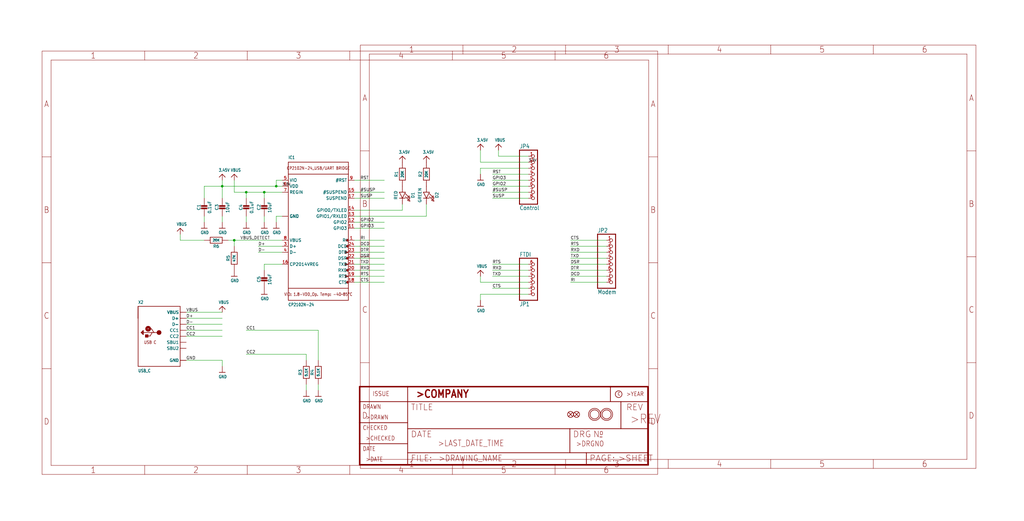
<source format=kicad_sch>
(kicad_sch (version 20211123) (generator eeschema)
  (paper "User" 433.07 220.421)
  (lib_symbols
    (symbol "schematicEagle-eagle-import:3.3V" (power)
      (property "Value" "3.3V" (at -1.524 1.016 0))
      (symbol "3.3V_1_0"
        (polyline (pts (xy -1.27 -1.27) (xy 0 0)) (stroke (width 0.254)))
        (polyline (pts (xy 0 0) (xy 1.27 -1.27)) (stroke (width 0.254)))
        (pin power_in line (at 0 -2.54 90) (length 2.54) (name "3.3V") (number "1"))
      )
    )
    (symbol "schematicEagle-eagle-import:CAP_CERAMIC0603_NO"
      (property "Reference" "C" (at -2.29 1.25 90))
      (property "Value" "CAP_CERAMIC0603_NO" (at 2.3 1.25 90))
      (symbol "CAP_CERAMIC0603_NO_1_0"
        (rectangle (start -1.27 0.508) (end 1.27 1.016) (fill (type outline)))
        (rectangle (start -1.27 1.524) (end 1.27 2.032) (fill (type outline)))
        (polyline (pts (xy 0 0.762) (xy 0 0)) (stroke (width 0.1524)))
        (polyline (pts (xy 0 2.54) (xy 0 1.778)) (stroke (width 0.1524)))
        (pin passive line (at 0 5.08 270) (length 2.54) (name "1") (number "1"))
        (pin passive line (at 0 -2.54 90) (length 2.54) (name "2") (number "2"))
      )
    )
    (symbol "schematicEagle-eagle-import:CAP_CERAMIC0805-NOOUTLINE"
      (property "Reference" "C" (at -2.29 1.25 90))
      (property "Value" "CAP_CERAMIC0805-NOOUTLINE" (at 2.3 1.25 90))
      (symbol "CAP_CERAMIC0805-NOOUTLINE_1_0"
        (rectangle (start -1.27 0.508) (end 1.27 1.016) (fill (type outline)))
        (rectangle (start -1.27 1.524) (end 1.27 2.032) (fill (type outline)))
        (polyline (pts (xy 0 0.762) (xy 0 0)) (stroke (width 0.1524)))
        (polyline (pts (xy 0 2.54) (xy 0 1.778)) (stroke (width 0.1524)))
        (pin passive line (at 0 5.08 270) (length 2.54) (name "1") (number "1"))
        (pin passive line (at 0 -2.54 90) (length 2.54) (name "2") (number "2"))
      )
    )
    (symbol "schematicEagle-eagle-import:CP2102N-24"
      (property "Reference" "IC" (at -12.7 29.21 0))
      (property "Value" "CP2102N-24" (at -12.7 -33.02 0))
      (symbol "CP2102N-24_1_0"
        (polyline (pts (xy -12.7 -30.48) (xy 12.7 -30.48)) (stroke (width 0.254)))
        (polyline (pts (xy -12.7 -25.4) (xy -12.7 -30.48)) (stroke (width 0.254)))
        (polyline (pts (xy -12.7 -25.4) (xy -12.7 22.86)) (stroke (width 0.254)))
        (polyline (pts (xy -12.7 22.86) (xy -12.7 27.94)) (stroke (width 0.254)))
        (polyline (pts (xy -12.7 22.86) (xy 12.7 22.86)) (stroke (width 0.254)))
        (polyline (pts (xy -12.7 27.94) (xy 12.7 27.94)) (stroke (width 0.254)))
        (polyline (pts (xy 12.7 -30.48) (xy 12.7 -25.4)) (stroke (width 0.254)))
        (polyline (pts (xy 12.7 -25.4) (xy -12.7 -25.4)) (stroke (width 0.254)))
        (polyline (pts (xy 12.7 22.86) (xy 12.7 -25.4)) (stroke (width 0.254)))
        (polyline (pts (xy 12.7 27.94) (xy 12.7 22.86)) (stroke (width 0.254)))
        (polyline (pts (xy 11.43 -19.685) (xy 11.43 -20.955) (xy 12.7 -20.32)) (fill (type outline)))
        (polyline (pts (xy 11.43 -14.605) (xy 11.43 -15.875) (xy 12.7 -15.24)) (fill (type outline)))
        (polyline (pts (xy 11.43 -9.525) (xy 11.43 -10.795) (xy 12.7 -10.16)) (fill (type outline)))
        (polyline (pts (xy 12.7 -22.225) (xy 11.43 -22.86) (xy 12.7 -23.495)) (fill (type outline)))
        (polyline (pts (xy 12.7 -17.145) (xy 11.43 -17.78) (xy 12.7 -18.415)) (fill (type outline)))
        (polyline (pts (xy 12.7 -12.065) (xy 11.43 -12.7) (xy 12.7 -13.335)) (fill (type outline)))
        (polyline (pts (xy 12.7 -6.985) (xy 11.43 -7.62) (xy 12.7 -8.255)) (fill (type outline)))
        (polyline (pts (xy 12.7 -4.445) (xy 11.43 -5.08) (xy 12.7 -5.715)) (fill (type outline)))
        (text "CP2102N-24_USB/UART BRIDGE" (at 0 25.4 0) (effects (font (size 1.27 1.0795))))
        (text "VIO: 1.8-VDD_Op. Temp: -40~85°C" (at 0 -27.94 0) (effects (font (size 1.27 1.0795))))
        (pin input line (at 15.24 -5.08 180) (length 2.54) (name "RI") (number "1"))
        (pin bidirectional line (at 15.24 0 180) (length 2.54) (name "GPIO3") (number "11"))
        (pin bidirectional line (at 15.24 2.54 180) (length 2.54) (name "GPIO2") (number "12"))
        (pin bidirectional line (at 15.24 5.08 180) (length 2.54) (name "GPIO1/RXLED") (number "13"))
        (pin bidirectional line (at 15.24 7.62 180) (length 2.54) (name "GPIO0/TXLED") (number "14"))
        (pin output line (at 15.24 15.24 180) (length 2.54) (name "#SUSPEND") (number "15"))
        (pin passive line (at -15.24 -15.24 0) (length 2.54) (name "CP2014VREG") (number "16"))
        (pin output line (at 15.24 12.7 180) (length 2.54) (name "SUSPEND") (number "17"))
        (pin input line (at 15.24 -22.86 180) (length 2.54) (name "CTS") (number "18"))
        (pin output line (at 15.24 -20.32 180) (length 2.54) (name "RTS") (number "19"))
        (pin power_in line (at -15.24 5.08 0) (length 2.54) (name "GND") (number "2"))
        (pin input line (at 15.24 -17.78 180) (length 2.54) (name "RXD") (number "20"))
        (pin output line (at 15.24 -15.24 180) (length 2.54) (name "TXD") (number "21"))
        (pin input line (at 15.24 -12.7 180) (length 2.54) (name "DSR") (number "22"))
        (pin output line (at 15.24 -10.16 180) (length 2.54) (name "DTR") (number "23"))
        (pin input line (at 15.24 -7.62 180) (length 2.54) (name "DCD") (number "24"))
        (pin bidirectional line (at -15.24 -7.62 0) (length 2.54) (name "D+") (number "3"))
        (pin bidirectional line (at -15.24 -10.16 0) (length 2.54) (name "D-") (number "4"))
        (pin power_in line (at -15.24 20.32 0) (length 2.54) (name "VIO") (number "5"))
        (pin power_in line (at -15.24 17.78 0) (length 2.54) (name "VDD") (number "6"))
        (pin power_in line (at -15.24 15.24 0) (length 2.54) (name "REGIN") (number "7"))
        (pin power_in line (at -15.24 -5.08 0) (length 2.54) (name "VBUS") (number "8"))
        (pin bidirectional line (at 15.24 20.32 180) (length 2.54) (name "#RST") (number "9"))
        (pin power_in line (at -15.24 5.08 0) (length 2.54) (name "GND") (number "THERM"))
      )
    )
    (symbol "schematicEagle-eagle-import:FIDUCIAL_1MM"
      (symbol "FIDUCIAL_1MM_1_0"
        (polyline (pts (xy -0.762 0.762) (xy 0.762 -0.762)) (stroke (width 0.254)))
        (polyline (pts (xy 0.762 0.762) (xy -0.762 -0.762)) (stroke (width 0.254)))
        (circle (center 0 0) (radius 1.27) (stroke (width 0.254)))
      )
    )
    (symbol "schematicEagle-eagle-import:FRAME_A4"
      (symbol "FRAME_A4_0_0"
        (polyline (pts (xy 0 44.7675) (xy 3.81 44.7675)))
        (polyline (pts (xy 0 89.535) (xy 3.81 89.535)))
        (polyline (pts (xy 0 134.3025) (xy 3.81 134.3025)))
        (polyline (pts (xy 3.81 3.81) (xy 3.81 175.26)))
        (polyline (pts (xy 43.3917 0) (xy 43.3917 3.81)))
        (polyline (pts (xy 43.3917 175.26) (xy 43.3917 179.07)))
        (polyline (pts (xy 86.7833 0) (xy 86.7833 3.81)))
        (polyline (pts (xy 86.7833 175.26) (xy 86.7833 179.07)))
        (polyline (pts (xy 130.175 0) (xy 130.175 3.81)))
        (polyline (pts (xy 130.175 175.26) (xy 130.175 179.07)))
        (polyline (pts (xy 173.5667 0) (xy 173.5667 3.81)))
        (polyline (pts (xy 173.5667 175.26) (xy 173.5667 179.07)))
        (polyline (pts (xy 216.9583 0) (xy 216.9583 3.81)))
        (polyline (pts (xy 216.9583 175.26) (xy 216.9583 179.07)))
        (polyline (pts (xy 256.54 3.81) (xy 3.81 3.81)))
        (polyline (pts (xy 256.54 3.81) (xy 256.54 175.26)))
        (polyline (pts (xy 256.54 44.7675) (xy 260.35 44.7675)))
        (polyline (pts (xy 256.54 89.535) (xy 260.35 89.535)))
        (polyline (pts (xy 256.54 134.3025) (xy 260.35 134.3025)))
        (polyline (pts (xy 256.54 175.26) (xy 3.81 175.26)))
        (polyline (pts (xy 0 0) (xy 260.35 0) (xy 260.35 179.07) (xy 0 179.07) (xy 0 0)))
        (text "1" (at 21.6958 1.905 0) (effects (font (size 2.54 2.286))))
        (text "1" (at 21.6958 177.165 0) (effects (font (size 2.54 2.286))))
        (text "2" (at 65.0875 1.905 0) (effects (font (size 2.54 2.286))))
        (text "2" (at 65.0875 177.165 0) (effects (font (size 2.54 2.286))))
        (text "3" (at 108.4792 1.905 0) (effects (font (size 2.54 2.286))))
        (text "3" (at 108.4792 177.165 0) (effects (font (size 2.54 2.286))))
        (text "4" (at 151.8708 1.905 0) (effects (font (size 2.54 2.286))))
        (text "4" (at 151.8708 177.165 0) (effects (font (size 2.54 2.286))))
        (text "5" (at 195.2625 1.905 0) (effects (font (size 2.54 2.286))))
        (text "5" (at 195.2625 177.165 0) (effects (font (size 2.54 2.286))))
        (text "6" (at 238.6542 1.905 0) (effects (font (size 2.54 2.286))))
        (text "6" (at 238.6542 177.165 0) (effects (font (size 2.54 2.286))))
        (text "A" (at 1.905 156.6863 0) (effects (font (size 2.54 2.286))))
        (text "A" (at 258.445 156.6863 0) (effects (font (size 2.54 2.286))))
        (text "B" (at 1.905 111.9188 0) (effects (font (size 2.54 2.286))))
        (text "B" (at 258.445 111.9188 0) (effects (font (size 2.54 2.286))))
        (text "C" (at 1.905 67.1513 0) (effects (font (size 2.54 2.286))))
        (text "C" (at 258.445 67.1513 0) (effects (font (size 2.54 2.286))))
        (text "D" (at 1.905 22.3838 0) (effects (font (size 2.54 2.286))))
        (text "D" (at 258.445 22.3838 0) (effects (font (size 2.54 2.286))))
      )
      (symbol "FRAME_A4_1_0"
        (polyline (pts (xy 256.54 3.81) (xy 256.54 8.89)) (stroke (width 0.1016)))
        (polyline (pts (xy 256.54 8.89) (xy 256.54 13.97)) (stroke (width 0.1016)))
        (polyline (pts (xy 256.54 13.97) (xy 256.54 19.05)) (stroke (width 0.1016)))
        (polyline (pts (xy 256.54 19.05) (xy 256.54 36.83)) (stroke (width 0.1016)))
      )
      (symbol "FRAME_A4_2_0"
        (polyline (pts (xy -0.3048 1.5748) (xy 20.0152 1.5748)) (stroke (width 0.6096)))
        (polyline (pts (xy -0.3048 10.4648) (xy -0.3048 1.5748)) (stroke (width 0.6096)))
        (polyline (pts (xy -0.3048 10.4648) (xy 20.0152 10.4648)) (stroke (width 0.3048)))
        (polyline (pts (xy -0.3048 19.3548) (xy -0.3048 10.4648)) (stroke (width 0.6096)))
        (polyline (pts (xy -0.3048 19.3548) (xy 20.0152 19.3548)) (stroke (width 0.3048)))
        (polyline (pts (xy -0.3048 28.2448) (xy -0.3048 19.3548)) (stroke (width 0.6096)))
        (polyline (pts (xy -0.3048 28.2448) (xy 20.0152 28.2448)) (stroke (width 0.3048)))
        (polyline (pts (xy -0.3048 34.5948) (xy -0.3048 28.2448)) (stroke (width 0.6096)))
        (polyline (pts (xy 20.0152 1.5748) (xy 20.0152 6.6548)) (stroke (width 0.3048)))
        (polyline (pts (xy 20.0152 1.5748) (xy 95.5802 1.5748)) (stroke (width 0.6096)))
        (polyline (pts (xy 20.0152 6.6548) (xy 20.0152 10.4648)) (stroke (width 0.3048)))
        (polyline (pts (xy 20.0152 6.6548) (xy 88.5952 6.6548)) (stroke (width 0.3048)))
        (polyline (pts (xy 20.0152 10.4648) (xy 20.0152 16.8148)) (stroke (width 0.3048)))
        (polyline (pts (xy 20.0152 16.8148) (xy 20.0152 19.3548)) (stroke (width 0.3048)))
        (polyline (pts (xy 20.0152 19.3548) (xy 20.0152 28.2448)) (stroke (width 0.3048)))
        (polyline (pts (xy 20.0152 28.2448) (xy 20.0152 34.5948)) (stroke (width 0.3048)))
        (polyline (pts (xy 20.0152 28.2448) (xy 105.7402 28.2448)) (stroke (width 0.3048)))
        (polyline (pts (xy 20.0152 34.5948) (xy -0.3048 34.5948)) (stroke (width 0.6096)))
        (polyline (pts (xy 88.5952 6.6548) (xy 95.5802 6.6548)) (stroke (width 0.3048)))
        (polyline (pts (xy 88.5952 16.8148) (xy 20.0152 16.8148)) (stroke (width 0.3048)))
        (polyline (pts (xy 88.5952 16.8148) (xy 88.5952 6.6548)) (stroke (width 0.3048)))
        (polyline (pts (xy 95.5802 1.5748) (xy 121.6152 1.5748)) (stroke (width 0.6096)))
        (polyline (pts (xy 95.5802 6.6548) (xy 95.5802 1.5748)) (stroke (width 0.3048)))
        (polyline (pts (xy 95.5802 6.6548) (xy 121.6152 6.6548)) (stroke (width 0.3048)))
        (polyline (pts (xy 101.2952 13.3223) (xy 102.2477 13.3223)) (stroke (width 0.254)))
        (polyline (pts (xy 105.7402 28.2448) (xy 105.7402 34.5948)) (stroke (width 0.3048)))
        (polyline (pts (xy 105.7402 28.2448) (xy 110.1852 28.2448)) (stroke (width 0.3048)))
        (polyline (pts (xy 105.7402 34.5948) (xy 20.0152 34.5948)) (stroke (width 0.6096)))
        (polyline (pts (xy 110.1852 16.8148) (xy 88.5952 16.8148)) (stroke (width 0.3048)))
        (polyline (pts (xy 110.1852 28.2448) (xy 110.1852 16.8148)) (stroke (width 0.3048)))
        (polyline (pts (xy 110.1852 28.2448) (xy 121.6152 28.2448)) (stroke (width 0.3048)))
        (polyline (pts (xy 121.6152 6.6548) (xy 121.6152 1.5748)) (stroke (width 0.6096)))
        (polyline (pts (xy 121.6152 16.8148) (xy 110.1852 16.8148)) (stroke (width 0.3048)))
        (polyline (pts (xy 121.6152 16.8148) (xy 121.6152 6.6548)) (stroke (width 0.6096)))
        (polyline (pts (xy 121.6152 28.2448) (xy 121.6152 16.8148)) (stroke (width 0.6096)))
        (polyline (pts (xy 121.6152 34.5948) (xy 105.7402 34.5948)) (stroke (width 0.6096)))
        (polyline (pts (xy 121.6152 34.5948) (xy 121.6152 28.2448)) (stroke (width 0.6096)))
        (circle (center 109.2327 31.4198) (radius 1.4199) (stroke (width 0.254)))
        (text ">CHECKED" (at 2.2352 11.7348 0) (effects (font (size 1.778 1.5113)) (justify left bottom)))
        (text ">COMPANY" (at 23.349 29.6735 0) (effects (font (size 3.175 2.6987) (thickness 0.5397) bold) (justify left bottom)))
        (text ">DATE" (at 2.2352 2.8448 0) (effects (font (size 1.778 1.5113)) (justify left bottom)))
        (text ">DRAWING_NAME" (at 33.0327 2.8448 0) (effects (font (size 2.54 2.159)) (justify left bottom)))
        (text ">DRAWN" (at 2.2352 20.6248 0) (effects (font (size 1.778 1.5113)) (justify left bottom)))
        (text ">DRGNO" (at 91.1352 9.1948 0) (effects (font (size 2.1844 1.8567)) (justify left bottom)))
        (text ">LAST_DATE_TIME" (at 32.7152 9.1948 0) (effects (font (size 2.54 2.159)) (justify left bottom)))
        (text ">REV" (at 113.9952 18.7198 0) (effects (font (size 3.81 3.2385)) (justify left bottom)))
        (text ">SHEET" (at 108.9152 2.8448 0) (effects (font (size 2.54 2.54)) (justify left bottom)))
        (text ">YEAR" (at 112.4077 30.4673 0) (effects (font (size 1.778 1.5113)) (justify left bottom)))
        (text "C" (at 108.7564 30.7848 0) (effects (font (size 1.27 1.0795)) (justify left bottom)))
        (text "CHECKED" (at 0.9652 16.1798 0) (effects (font (size 1.778 1.5113)) (justify left bottom)))
        (text "DATE" (at 0.9652 7.2898 0) (effects (font (size 1.778 1.5113)) (justify left bottom)))
        (text "DATE" (at 21.2852 13.0048 0) (effects (font (size 2.54 2.54)) (justify left bottom)))
        (text "DRAWN" (at 0.9652 25.0698 0) (effects (font (size 1.778 1.5113)) (justify left bottom)))
        (text "DRG" (at 89.8652 13.0048 0) (effects (font (size 2.54 2.54)) (justify left bottom)))
        (text "FILE:" (at 21.2852 2.8448 0) (effects (font (size 2.54 2.54)) (justify left bottom)))
        (text "ISSUE" (at 5.0927 30.4673 0) (effects (font (size 1.9304 1.6408)) (justify left bottom)))
        (text "N" (at 98.4377 13.0048 0) (effects (font (size 2.54 2.54)) (justify left bottom)))
        (text "o" (at 100.9777 13.9573 0) (effects (font (size 2.1844 1.8567)) (justify left bottom)))
        (text "PAGE:" (at 96.8502 2.8448 0) (effects (font (size 2.54 2.54)) (justify left bottom)))
        (text "REV" (at 112.4077 24.4348 0) (effects (font (size 2.54 2.54)) (justify left bottom)))
        (text "TITLE" (at 21.2852 24.4348 0) (effects (font (size 2.54 2.54)) (justify left bottom)))
      )
    )
    (symbol "schematicEagle-eagle-import:GND" (power)
      (property "Value" "GND" (at -1.524 -2.54 0))
      (symbol "GND_1_0"
        (polyline (pts (xy -1.27 0) (xy 1.27 0)) (stroke (width 0.254)))
        (pin power_in line (at 0 2.54 270) (length 2.54) (name "GND") (number "1"))
      )
    )
    (symbol "schematicEagle-eagle-import:HEADER-1X676MIL"
      (property "Reference" "JP" (at -6.35 10.795 0))
      (property "Value" "HEADER-1X676MIL" (at -6.35 -10.16 0))
      (symbol "HEADER-1X676MIL_1_0"
        (polyline (pts (xy -6.35 -7.62) (xy 1.27 -7.62)) (stroke (width 0.4064)))
        (polyline (pts (xy -6.35 10.16) (xy -6.35 -7.62)) (stroke (width 0.4064)))
        (polyline (pts (xy 1.27 -7.62) (xy 1.27 10.16)) (stroke (width 0.4064)))
        (polyline (pts (xy 1.27 10.16) (xy -6.35 10.16)) (stroke (width 0.4064)))
        (pin passive inverted (at -2.54 7.62 0) (length 2.54) (name "1") (number "1"))
        (pin passive inverted (at -2.54 5.08 0) (length 2.54) (name "2") (number "2"))
        (pin passive inverted (at -2.54 2.54 0) (length 2.54) (name "3") (number "3"))
        (pin passive inverted (at -2.54 0 0) (length 2.54) (name "4") (number "4"))
        (pin passive inverted (at -2.54 -2.54 0) (length 2.54) (name "5") (number "5"))
        (pin passive inverted (at -2.54 -5.08 0) (length 2.54) (name "6") (number "6"))
      )
    )
    (symbol "schematicEagle-eagle-import:HEADER-1X870MIL"
      (property "Reference" "JP" (at -6.35 13.335 0))
      (property "Value" "HEADER-1X870MIL" (at -6.35 -12.7 0))
      (symbol "HEADER-1X870MIL_1_0"
        (polyline (pts (xy -6.35 -10.16) (xy 1.27 -10.16)) (stroke (width 0.4064)))
        (polyline (pts (xy -6.35 12.7) (xy -6.35 -10.16)) (stroke (width 0.4064)))
        (polyline (pts (xy 1.27 -10.16) (xy 1.27 12.7)) (stroke (width 0.4064)))
        (polyline (pts (xy 1.27 12.7) (xy -6.35 12.7)) (stroke (width 0.4064)))
        (pin passive inverted (at -2.54 10.16 0) (length 2.54) (name "1") (number "1"))
        (pin passive inverted (at -2.54 7.62 0) (length 2.54) (name "2") (number "2"))
        (pin passive inverted (at -2.54 5.08 0) (length 2.54) (name "3") (number "3"))
        (pin passive inverted (at -2.54 2.54 0) (length 2.54) (name "4") (number "4"))
        (pin passive inverted (at -2.54 0 0) (length 2.54) (name "5") (number "5"))
        (pin passive inverted (at -2.54 -2.54 0) (length 2.54) (name "6") (number "6"))
        (pin passive inverted (at -2.54 -5.08 0) (length 2.54) (name "7") (number "7"))
        (pin passive inverted (at -2.54 -7.62 0) (length 2.54) (name "8") (number "8"))
      )
    )
    (symbol "schematicEagle-eagle-import:LED0603_NOOUTLINE"
      (property "Reference" "D" (at -1.27 4.445 0))
      (property "Value" "LED0603_NOOUTLINE" (at -1.27 -2.794 0))
      (symbol "LED0603_NOOUTLINE_1_0"
        (polyline (pts (xy -2.54 -1.27) (xy 0 0)) (stroke (width 0.254)))
        (polyline (pts (xy -2.54 1.27) (xy -2.54 -1.27)) (stroke (width 0.254)))
        (polyline (pts (xy -1.905 1.27) (xy -0.635 2.54)) (stroke (width 0.254)))
        (polyline (pts (xy -0.9525 2.8575) (xy -0.3175 2.2225)) (stroke (width 0.254)))
        (polyline (pts (xy -0.635 1.27) (xy 0.635 2.54)) (stroke (width 0.254)))
        (polyline (pts (xy -0.3175 2.2225) (xy 0 3.175)) (stroke (width 0.254)))
        (polyline (pts (xy 0 0) (xy -2.54 1.27)) (stroke (width 0.254)))
        (polyline (pts (xy 0 0) (xy 0 -1.27)) (stroke (width 0.254)))
        (polyline (pts (xy 0 1.27) (xy 0 0)) (stroke (width 0.254)))
        (polyline (pts (xy 0 3.175) (xy -0.9525 2.8575)) (stroke (width 0.254)))
        (polyline (pts (xy 0.3175 2.8575) (xy 0.9525 2.2225)) (stroke (width 0.254)))
        (polyline (pts (xy 0.9525 2.2225) (xy 1.27 3.175)) (stroke (width 0.254)))
        (polyline (pts (xy 1.27 3.175) (xy 0.3175 2.8575)) (stroke (width 0.254)))
        (pin passive line (at -5.08 0 0) (length 2.54) (name "A") (number "A"))
        (pin passive line (at 2.54 0 180) (length 2.54) (name "C") (number "C"))
      )
    )
    (symbol "schematicEagle-eagle-import:MOUNTINGHOLE2.0"
      (symbol "MOUNTINGHOLE2.0_1_0"
        (circle (center 0 0) (radius 1.905) (stroke (width 0.254)))
        (circle (center 0 0) (radius 2.54) (stroke (width 0.254)))
      )
    )
    (symbol "schematicEagle-eagle-import:RESISTOR_0603_NOOUT"
      (property "Reference" "R" (at 0 2.54 0))
      (property "Value" "RESISTOR_0603_NOOUT" (at 0 0 0))
      (symbol "RESISTOR_0603_NOOUT_1_0"
        (polyline (pts (xy -2.54 -1.27) (xy -2.54 1.27)) (stroke (width 0.254)))
        (polyline (pts (xy -2.54 1.27) (xy 2.54 1.27)) (stroke (width 0.254)))
        (polyline (pts (xy 2.54 -1.27) (xy -2.54 -1.27)) (stroke (width 0.254)))
        (polyline (pts (xy 2.54 1.27) (xy 2.54 -1.27)) (stroke (width 0.254)))
        (pin passive line (at -5.08 0 0) (length 2.54) (name "1") (number "1"))
        (pin passive line (at 5.08 0 180) (length 2.54) (name "2") (number "2"))
      )
    )
    (symbol "schematicEagle-eagle-import:USB_C"
      (property "Reference" "X" (at -10.16 13.716 0))
      (property "Value" "USB_C" (at -10.16 -15.24 0))
      (symbol "USB_C_1_0"
        (rectangle (start -7.12 -0.45) (end -5.92 0.75) (fill (type outline)))
        (circle (center -5.92 3.2) (radius 0.2) (stroke (width 1)))
        (circle (center -1.32 1.6) (radius 0.5) (stroke (width 1)))
        (polyline (pts (xy -10.2 7.62) (xy -10.16 12.7)) (stroke (width 0.254)))
        (polyline (pts (xy -10.16 -12.7) (xy 7.62 -12.7)) (stroke (width 0.254)))
        (polyline (pts (xy -10.16 12.7) (xy -10.16 -12.7)) (stroke (width 0.254)))
        (polyline (pts (xy -10.16 12.7) (xy 7.62 12.7)) (stroke (width 0.254)))
        (polyline (pts (xy -8.92 1.6) (xy -8.12 2.4)) (stroke (width 0.254)))
        (polyline (pts (xy -8.52 1.4) (xy -8.32 1.2)) (stroke (width 0.254)))
        (polyline (pts (xy -8.52 1.6) (xy -8.52 1.4)) (stroke (width 0.254)))
        (polyline (pts (xy -8.32 1.2) (xy -8.32 2)) (stroke (width 0.254)))
        (polyline (pts (xy -8.32 2) (xy -8.72 1.6)) (stroke (width 0.254)))
        (polyline (pts (xy -8.12 0.8) (xy -8.92 1.6)) (stroke (width 0.254)))
        (polyline (pts (xy -8.12 1) (xy -8.12 2.4)) (stroke (width 0.254)))
        (polyline (pts (xy -8.12 2.4) (xy -7.92 2.4)) (stroke (width 0.254)))
        (polyline (pts (xy -7.92 0.8) (xy -8.12 0.8)) (stroke (width 0.254)))
        (polyline (pts (xy -7.92 1.6) (xy -7.92 0.8)) (stroke (width 0.254)))
        (polyline (pts (xy -7.92 2.4) (xy -7.92 1.6)) (stroke (width 0.254)))
        (polyline (pts (xy -6.27 0.15) (xy -5.07 0.15)) (stroke (width 0.254)))
        (polyline (pts (xy -5.52 3.2) (xy -4.52 3.2)) (stroke (width 0.254)))
        (polyline (pts (xy -5.07 0.15) (xy -4.22 1.6)) (stroke (width 0.254)))
        (polyline (pts (xy -4.52 3.2) (xy -3.47 1.6)) (stroke (width 0.254)))
        (polyline (pts (xy -4.22 1.6) (xy -7.92 1.6)) (stroke (width 0.254)))
        (polyline (pts (xy -3.47 1.6) (xy -4.22 1.6)) (stroke (width 0.254)))
        (polyline (pts (xy -1.32 1.6) (xy -3.47 1.6)) (stroke (width 0.254)))
        (polyline (pts (xy 7.62 12.7) (xy 7.62 -12.7)) (stroke (width 0.254)))
        (text "USB C" (at -5.08 -2.54 0) (effects (font (size 1.27 1.0795))))
        (pin power_in line (at 10.16 -10.16 180) (length 2.54) (name "GND") (number "A1B12"))
        (pin power_in line (at 10.16 10.16 180) (length 2.54) (name "VBUS") (number "A4B9"))
        (pin bidirectional line (at 10.16 2.54 180) (length 2.54) (name "CC1") (number "A5"))
        (pin bidirectional line (at 10.16 7.62 180) (length 2.54) (name "D+") (number "A6"))
        (pin bidirectional line (at 10.16 5.08 180) (length 2.54) (name "D-") (number "A7"))
        (pin bidirectional line (at 10.16 -2.54 180) (length 2.54) (name "SBU1") (number "A8"))
        (pin power_in line (at 10.16 -10.16 180) (length 2.54) (name "GND") (number "B1A12"))
        (pin power_in line (at 10.16 10.16 180) (length 2.54) (name "VBUS") (number "B4A9"))
        (pin bidirectional line (at 10.16 0 180) (length 2.54) (name "CC2") (number "B5"))
        (pin bidirectional line (at 10.16 7.62 180) (length 2.54) (name "D+") (number "B6"))
        (pin bidirectional line (at 10.16 5.08 180) (length 2.54) (name "D-") (number "B7"))
        (pin bidirectional line (at 10.16 -5.08 180) (length 2.54) (name "SBU2") (number "B8"))
      )
    )
    (symbol "schematicEagle-eagle-import:VBUS" (power)
      (property "Value" "VBUS" (at -1.524 1.016 0))
      (symbol "VBUS_1_0"
        (polyline (pts (xy -1.27 -1.27) (xy 0 0)) (stroke (width 0.254)))
        (polyline (pts (xy 0 0) (xy 1.27 -1.27)) (stroke (width 0.254)))
        (pin power_in line (at 0 -2.54 90) (length 2.54) (name "VBUS") (number "1"))
      )
    )
  )
  (junction (at 99.06 101.6))
  (junction (at 116.84 78.74))
  (junction (at 111.76 81.28))
  (junction (at 93.98 78.74))
  (junction (at 104.14 81.28))
  (wire (pts (xy 109.22 104.14) (xy 119.38 104.14)))
  (wire (pts (xy 149.86 104.14) (xy 162.56 104.14)))
  (wire (pts (xy 116.84 78.74) (xy 93.98 78.74)))
  (wire (pts (xy 134.62 165.1) (xy 134.62 162.56)))
  (wire (pts (xy 149.86 83.82) (xy 162.56 83.82)))
  (wire (pts (xy 116.84 91.44) (xy 116.84 93.98)))
  (wire (pts (xy 149.86 76.2) (xy 162.56 76.2)))
  (wire (pts (xy 180.34 91.44) (xy 180.34 86.36)))
  (wire (pts (xy 119.38 91.44) (xy 116.84 91.44)))
  (wire (pts (xy 93.98 78.74) (xy 86.36 78.74)))
  (wire (pts (xy 241.3 111.76) (xy 256.54 111.76)))
  (wire (pts (xy 208.28 76.2) (xy 223.52 76.2)))
  (wire (pts (xy 241.3 101.6) (xy 256.54 101.6)))
  (wire (pts (xy 78.74 134.62) (xy 93.98 134.62)))
  (wire (pts (xy 149.86 111.76) (xy 162.56 111.76)))
  (wire (pts (xy 241.3 119.38) (xy 256.54 119.38)))
  (wire (pts (xy 223.52 119.38) (xy 203.2 119.38)))
  (wire (pts (xy 149.86 109.22) (xy 162.56 109.22)))
  (wire (pts (xy 223.52 68.58) (xy 203.2 68.58)))
  (wire (pts (xy 104.14 81.28) (xy 104.14 83.82)))
  (wire (pts (xy 256.54 109.22) (xy 241.3 109.22)))
  (wire (pts (xy 241.3 106.68) (xy 256.54 106.68)))
  (wire (pts (xy 149.86 101.6) (xy 162.56 101.6)))
  (wire (pts (xy 223.52 81.28) (xy 208.28 81.28)))
  (wire (pts (xy 170.18 88.9) (xy 170.18 86.36)))
  (wire (pts (xy 86.36 78.74) (xy 86.36 83.82)))
  (wire (pts (xy 99.06 101.6) (xy 99.06 104.14)))
  (wire (pts (xy 93.98 78.74) (xy 93.98 76.2)))
  (wire (pts (xy 78.74 139.7) (xy 93.98 139.7)))
  (wire (pts (xy 210.82 66.04) (xy 223.52 66.04)))
  (wire (pts (xy 99.06 101.6) (xy 96.52 101.6)))
  (wire (pts (xy 203.2 71.12) (xy 203.2 73.66)))
  (wire (pts (xy 93.98 91.44) (xy 93.98 93.98)))
  (wire (pts (xy 223.52 124.46) (xy 203.2 124.46)))
  (wire (pts (xy 149.86 93.98) (xy 162.56 93.98)))
  (wire (pts (xy 149.86 81.28) (xy 162.56 81.28)))
  (wire (pts (xy 134.62 139.7) (xy 134.62 152.4)))
  (wire (pts (xy 93.98 152.4) (xy 78.74 152.4)))
  (wire (pts (xy 149.86 88.9) (xy 170.18 88.9)))
  (wire (pts (xy 119.38 78.74) (xy 116.84 78.74)))
  (wire (pts (xy 86.36 101.6) (xy 76.2 101.6)))
  (wire (pts (xy 119.38 81.28) (xy 111.76 81.28)))
  (wire (pts (xy 223.52 111.76) (xy 208.28 111.76)))
  (wire (pts (xy 104.14 149.86) (xy 129.54 149.86)))
  (wire (pts (xy 203.2 119.38) (xy 203.2 116.84)))
  (wire (pts (xy 208.28 83.82) (xy 223.52 83.82)))
  (wire (pts (xy 162.56 119.38) (xy 149.86 119.38)))
  (wire (pts (xy 99.06 81.28) (xy 99.06 76.2)))
  (wire (pts (xy 208.28 73.66) (xy 223.52 73.66)))
  (wire (pts (xy 109.22 106.68) (xy 119.38 106.68)))
  (wire (pts (xy 210.82 63.5) (xy 210.82 66.04)))
  (wire (pts (xy 93.98 132.08) (xy 78.74 132.08)))
  (wire (pts (xy 208.28 78.74) (xy 223.52 78.74)))
  (wire (pts (xy 149.86 106.68) (xy 162.56 106.68)))
  (wire (pts (xy 111.76 91.44) (xy 111.76 93.98)))
  (wire (pts (xy 111.76 111.76) (xy 111.76 114.3)))
  (wire (pts (xy 78.74 142.24) (xy 93.98 142.24)))
  (wire (pts (xy 93.98 78.74) (xy 93.98 83.82)))
  (wire (pts (xy 208.28 116.84) (xy 223.52 116.84)))
  (wire (pts (xy 119.38 76.2) (xy 116.84 76.2)))
  (wire (pts (xy 111.76 81.28) (xy 104.14 81.28)))
  (wire (pts (xy 223.52 121.92) (xy 208.28 121.92)))
  (wire (pts (xy 111.76 81.28) (xy 111.76 83.82)))
  (wire (pts (xy 76.2 101.6) (xy 76.2 99.06)))
  (wire (pts (xy 256.54 104.14) (xy 241.3 104.14)))
  (wire (pts (xy 119.38 111.76) (xy 111.76 111.76)))
  (wire (pts (xy 203.2 124.46) (xy 203.2 127)))
  (wire (pts (xy 78.74 137.16) (xy 93.98 137.16)))
  (wire (pts (xy 223.52 114.3) (xy 208.28 114.3)))
  (wire (pts (xy 129.54 149.86) (xy 129.54 152.4)))
  (wire (pts (xy 241.3 114.3) (xy 256.54 114.3)))
  (wire (pts (xy 203.2 68.58) (xy 203.2 63.5)))
  (wire (pts (xy 162.56 114.3) (xy 149.86 114.3)))
  (wire (pts (xy 104.14 81.28) (xy 99.06 81.28)))
  (wire (pts (xy 223.52 71.12) (xy 203.2 71.12)))
  (wire (pts (xy 104.14 139.7) (xy 134.62 139.7)))
  (wire (pts (xy 116.84 76.2) (xy 116.84 78.74)))
  (wire (pts (xy 241.3 116.84) (xy 256.54 116.84)))
  (wire (pts (xy 149.86 91.44) (xy 180.34 91.44)))
  (wire (pts (xy 162.56 116.84) (xy 149.86 116.84)))
  (wire (pts (xy 86.36 91.44) (xy 86.36 93.98)))
  (wire (pts (xy 119.38 101.6) (xy 99.06 101.6)))
  (wire (pts (xy 149.86 96.52) (xy 162.56 96.52)))
  (wire (pts (xy 129.54 162.56) (xy 129.54 165.1)))
  (wire (pts (xy 104.14 91.44) (xy 104.14 93.98)))
  (wire (pts (xy 93.98 152.4) (xy 93.98 154.94)))
  (label "GND" (at 78.74 152.4 0) (effects (font (size 1.2446 1.2446))))
  (label "CC1" (at 104.14 139.7 0) (effects (font (size 1.2446 1.2446))))
  (label "3.3V" (at 119.38 78.74 0) (effects (font (size 1.016 1.016))))
  (label "RI" (at 241.3 119.38 0) (effects (font (size 1.2446 1.2446))))
  (label "GPIO2" (at 152.4 93.98 0) (effects (font (size 1.2446 1.2446))))
  (label "VBUS" (at 78.74 132.08 0) (effects (font (size 1.2446 1.2446))))
  (label "RST" (at 152.4 76.2 0) (effects (font (size 1.2446 1.2446))))
  (label "RI" (at 152.4 101.6 0) (effects (font (size 1.2446 1.2446))))
  (label "D-" (at 78.74 137.16 0) (effects (font (size 1.2446 1.2446))))
  (label "DSR" (at 152.4 109.22 0) (effects (font (size 1.2446 1.2446))))
  (label "TXD" (at 208.28 116.84 0) (effects (font (size 1.2446 1.2446))))
  (label "CC2" (at 104.14 149.86 0) (effects (font (size 1.2446 1.2446))))
  (label "CTS" (at 152.4 119.38 0) (effects (font (size 1.2446 1.2446))))
  (label "GPIO3" (at 208.28 76.2 0) (effects (font (size 1.2446 1.2446))))
  (label "DSR" (at 241.3 111.76 0) (effects (font (size 1.2446 1.2446))))
  (label "VBUS_DETECT" (at 101.6 101.6 0) (effects (font (size 1.2446 1.2446))))
  (label "DTR" (at 152.4 106.68 0) (effects (font (size 1.2446 1.2446))))
  (label "TXD" (at 241.3 109.22 0) (effects (font (size 1.2446 1.2446))))
  (label "DCD" (at 241.3 116.84 0) (effects (font (size 1.2446 1.2446))))
  (label "#SUSP" (at 152.4 81.28 0) (effects (font (size 1.2446 1.2446))))
  (label "CC1" (at 78.74 139.7 0) (effects (font (size 1.2446 1.2446))))
  (label "TXD" (at 152.4 111.76 0) (effects (font (size 1.2446 1.2446))))
  (label "#SUSP" (at 208.28 81.28 0) (effects (font (size 1.2446 1.2446))))
  (label "RST" (at 208.28 73.66 0) (effects (font (size 1.2446 1.2446))))
  (label "CTS" (at 208.28 121.92 0) (effects (font (size 1.2446 1.2446))))
  (label "3.3V" (at 223.52 68.58 0) (effects (font (size 1.016 1.016))))
  (label "RXD" (at 152.4 114.3 0) (effects (font (size 1.2446 1.2446))))
  (label "DCD" (at 152.4 104.14 0) (effects (font (size 1.2446 1.2446))))
  (label "RTS" (at 241.3 104.14 0) (effects (font (size 1.2446 1.2446))))
  (label "D+" (at 78.74 134.62 0) (effects (font (size 1.2446 1.2446))))
  (label "D+" (at 109.22 104.14 0) (effects (font (size 1.2446 1.2446))))
  (label "CC2" (at 78.74 142.24 0) (effects (font (size 1.2446 1.2446))))
  (label "DTR" (at 241.3 114.3 0) (effects (font (size 1.2446 1.2446))))
  (label "GPIO3" (at 152.4 96.52 0) (effects (font (size 1.2446 1.2446))))
  (label "SUSP" (at 208.28 83.82 0) (effects (font (size 1.2446 1.2446))))
  (label "D-" (at 109.22 106.68 0) (effects (font (size 1.2446 1.2446))))
  (label "SUSP" (at 152.4 83.82 0) (effects (font (size 1.2446 1.2446))))
  (label "RTS" (at 152.4 116.84 0) (effects (font (size 1.2446 1.2446))))
  (label "CTS" (at 241.3 101.6 0) (effects (font (size 1.2446 1.2446))))
  (label "GPIO2" (at 208.28 78.74 0) (effects (font (size 1.2446 1.2446))))
  (label "RXD" (at 241.3 106.68 0) (effects (font (size 1.2446 1.2446))))
  (label "RTS" (at 208.28 111.76 0) (effects (font (size 1.2446 1.2446))))
  (label "RXD" (at 208.28 114.3 0) (effects (font (size 1.2446 1.2446))))
  (symbol (lib_id "schematicEagle-eagle-import:FIDUCIAL_1MM") (at 241.3 175.26 0) (unit 1)
    (property "Reference" "FID1" (effects hide))
    (property "Value" "FIDUCIAL_1MM" (effects hide))
    (property "Footprint" "schematicEagle:FIDUCIAL_1MM" (effects hide))
  )
  (symbol (lib_id "schematicEagle-eagle-import:RESISTOR_0603_NOOUT") (at 129.54 157.48 90) (unit 1)
    (property "Reference" "R3" (at 127 157.48 0))
    (property "Value" "5.1K" (at 129.54 157.48 0) (effects (font (size 1.016 1.016) bold)))
    (property "Footprint" "schematicEagle:0603-NO" (effects hide))
  )
  (symbol (lib_id "schematicEagle-eagle-import:MOUNTINGHOLE2.0") (at 251.46 175.26 0) (unit 1)
    (property "Reference" "U$19" (effects hide))
    (property "Value" "MOUNTINGHOLE2.0" (effects hide))
    (property "Footprint" "schematicEagle:MOUNTINGHOLE_2.0_PLATED" (effects hide))
  )
  (symbol (lib_id "schematicEagle-eagle-import:GND") (at 93.98 157.48 0) (unit 1)
    (property "Reference" "#U$24" (effects hide))
    (property "Value" "GND" (at 92.456 160.02 0) (effects (font (size 1.27 1.0795)) (justify left bottom)))
    (property "Footprint" "schematicEagle:" (effects hide))
  )
  (symbol (lib_id "schematicEagle-eagle-import:3.3V") (at 180.34 66.04 0) (unit 1)
    (property "Reference" "#U$11" (effects hide))
    (property "Value" "3.45V" (at 178.816 65.024 0) (effects (font (size 1.27 1.0795)) (justify left bottom)))
    (property "Footprint" "schematicEagle:" (effects hide))
  )
  (symbol (lib_id "schematicEagle-eagle-import:CAP_CERAMIC0603_NO") (at 104.14 88.9 0) (unit 1)
    (property "Reference" "C4" (at 101.85 87.65 90))
    (property "Value" "0.1uF" (at 106.44 87.65 90))
    (property "Footprint" "schematicEagle:0603-NO" (effects hide))
  )
  (symbol (lib_id "schematicEagle-eagle-import:HEADER-1X870MIL") (at 226.06 76.2 0) (unit 1)
    (property "Reference" "JP4" (at 219.71 62.865 0) (effects (font (size 1.778 1.5113)) (justify left bottom)))
    (property "Value" "Control" (at 219.71 88.9 0) (effects (font (size 1.778 1.5113)) (justify left bottom)))
    (property "Footprint" "schematicEagle:1X08_ROUND_70" (effects hide))
  )
  (symbol (lib_id "schematicEagle-eagle-import:USB_C") (at 68.58 142.24 0) (unit 1)
    (property "Reference" "X2" (at 58.42 128.524 0) (effects (font (size 1.27 1.0795)) (justify left bottom)))
    (property "Value" "USB_C" (at 58.42 157.48 0) (effects (font (size 1.27 1.0795)) (justify left bottom)))
    (property "Footprint" "schematicEagle:USB_C_CUSB31-CFM2AX-01-X" (effects hide))
  )
  (symbol (lib_id "schematicEagle-eagle-import:RESISTOR_0603_NOOUT") (at 99.06 109.22 90) (unit 1)
    (property "Reference" "R5" (at 96.52 109.22 0))
    (property "Value" "47K" (at 99.06 109.22 0) (effects (font (size 1.016 1.016) bold)))
    (property "Footprint" "schematicEagle:0603-NO" (effects hide))
  )
  (symbol (lib_id "schematicEagle-eagle-import:GND") (at 203.2 76.2 0) (unit 1)
    (property "Reference" "#U$16" (effects hide))
    (property "Value" "GND" (at 201.676 78.74 0) (effects (font (size 1.27 1.0795)) (justify left bottom)))
    (property "Footprint" "schematicEagle:" (effects hide))
  )
  (symbol (lib_id "schematicEagle-eagle-import:RESISTOR_0603_NOOUT") (at 180.34 73.66 90) (unit 1)
    (property "Reference" "R2" (at 177.8 73.66 0))
    (property "Value" "20K" (at 180.34 73.66 0) (effects (font (size 1.016 1.016) bold)))
    (property "Footprint" "schematicEagle:0603-NO" (effects hide))
  )
  (symbol (lib_id "schematicEagle-eagle-import:CAP_CERAMIC0805-NOOUTLINE") (at 93.98 88.9 0) (unit 1)
    (property "Reference" "C3" (at 91.69 87.65 90))
    (property "Value" "10uF" (at 96.28 87.65 90))
    (property "Footprint" "schematicEagle:0805-NO" (effects hide))
  )
  (symbol (lib_id "schematicEagle-eagle-import:FRAME_A4") (at 17.78 200.66 0) (unit 1)
    (property "Reference" "#FRAME1" (effects hide))
    (property "Value" "FRAME_A4" (effects hide))
    (property "Footprint" "schematicEagle:" (effects hide))
  )
  (symbol (lib_id "schematicEagle-eagle-import:GND") (at 116.84 96.52 0) (unit 1)
    (property "Reference" "#U$2" (effects hide))
    (property "Value" "GND" (at 115.316 99.06 0) (effects (font (size 1.27 1.0795)) (justify left bottom)))
    (property "Footprint" "schematicEagle:" (effects hide))
  )
  (symbol (lib_id "schematicEagle-eagle-import:GND") (at 111.76 124.46 0) (unit 1)
    (property "Reference" "#U$26" (effects hide))
    (property "Value" "GND" (at 110.236 127 0) (effects (font (size 1.27 1.0795)) (justify left bottom)))
    (property "Footprint" "schematicEagle:" (effects hide))
  )
  (symbol (lib_id "schematicEagle-eagle-import:CP2102N-24") (at 134.62 96.52 0) (unit 1)
    (property "Reference" "IC1" (at 121.92 67.31 0) (effects (font (size 1.27 1.0795)) (justify left bottom)))
    (property "Value" "CP2102N-24" (at 121.92 129.54 0) (effects (font (size 1.27 1.0795)) (justify left bottom)))
    (property "Footprint" "schematicEagle:QFN24_4MM_SMSC" (effects hide))
  )
  (symbol (lib_id "schematicEagle-eagle-import:GND") (at 99.06 116.84 0) (unit 1)
    (property "Reference" "#U$9" (effects hide))
    (property "Value" "GND" (at 97.536 119.38 0) (effects (font (size 1.27 1.0795)) (justify left bottom)))
    (property "Footprint" "schematicEagle:" (effects hide))
  )
  (symbol (lib_id "schematicEagle-eagle-import:RESISTOR_0603_NOOUT") (at 91.44 101.6 180) (unit 1)
    (property "Reference" "R6" (at 91.44 104.14 0))
    (property "Value" "20K" (at 91.44 101.6 0) (effects (font (size 1.016 1.016) bold)))
    (property "Footprint" "schematicEagle:0603-NO" (effects hide))
  )
  (symbol (lib_id "schematicEagle-eagle-import:3.3V") (at 203.2 60.96 0) (unit 1)
    (property "Reference" "#U$15" (effects hide))
    (property "Value" "3.45V" (at 201.676 59.944 0) (effects (font (size 1.27 1.0795)) (justify left bottom)))
    (property "Footprint" "schematicEagle:" (effects hide))
  )
  (symbol (lib_id "schematicEagle-eagle-import:GND") (at 129.54 167.64 0) (unit 1)
    (property "Reference" "#U$20" (effects hide))
    (property "Value" "GND" (at 128.016 170.18 0) (effects (font (size 1.27 1.0795)) (justify left bottom)))
    (property "Footprint" "schematicEagle:" (effects hide))
  )
  (symbol (lib_id "schematicEagle-eagle-import:VBUS") (at 99.06 73.66 0) (unit 1)
    (property "Reference" "#U$5" (effects hide))
    (property "Value" "VBUS" (at 97.536 72.644 0) (effects (font (size 1.27 1.0795)) (justify left bottom)))
    (property "Footprint" "schematicEagle:" (effects hide))
  )
  (symbol (lib_id "schematicEagle-eagle-import:GND") (at 86.36 96.52 0) (unit 1)
    (property "Reference" "#U$3" (effects hide))
    (property "Value" "GND" (at 84.836 99.06 0) (effects (font (size 1.27 1.0795)) (justify left bottom)))
    (property "Footprint" "schematicEagle:" (effects hide))
  )
  (symbol (lib_id "schematicEagle-eagle-import:HEADER-1X676MIL") (at 226.06 116.84 0) (mirror x) (unit 1)
    (property "Reference" "JP1" (at 219.71 127.635 0) (effects (font (size 1.778 1.5113)) (justify left bottom)))
    (property "Value" "FTDI" (at 219.71 106.68 0) (effects (font (size 1.778 1.5113)) (justify left bottom)))
    (property "Footprint" "schematicEagle:1X06_ROUND_76" (effects hide))
  )
  (symbol (lib_id "schematicEagle-eagle-import:CAP_CERAMIC0603_NO") (at 86.36 88.9 0) (unit 1)
    (property "Reference" "C1" (at 84.07 87.65 90))
    (property "Value" "0.1uF" (at 88.66 87.65 90))
    (property "Footprint" "schematicEagle:0603-NO" (effects hide))
  )
  (symbol (lib_id "schematicEagle-eagle-import:GND") (at 111.76 96.52 0) (unit 1)
    (property "Reference" "#U$4" (effects hide))
    (property "Value" "GND" (at 110.236 99.06 0) (effects (font (size 1.27 1.0795)) (justify left bottom)))
    (property "Footprint" "schematicEagle:" (effects hide))
  )
  (symbol (lib_id "schematicEagle-eagle-import:VBUS") (at 210.82 60.96 0) (unit 1)
    (property "Reference" "#U$13" (effects hide))
    (property "Value" "VBUS" (at 209.296 59.944 0) (effects (font (size 1.27 1.0795)) (justify left bottom)))
    (property "Footprint" "schematicEagle:" (effects hide))
  )
  (symbol (lib_id "schematicEagle-eagle-import:3.3V") (at 93.98 73.66 0) (unit 1)
    (property "Reference" "#U$7" (effects hide))
    (property "Value" "3.45V" (at 92.456 72.644 0) (effects (font (size 1.27 1.0795)) (justify left bottom)))
    (property "Footprint" "schematicEagle:" (effects hide))
  )
  (symbol (lib_id "schematicEagle-eagle-import:RESISTOR_0603_NOOUT") (at 170.18 73.66 90) (unit 1)
    (property "Reference" "R1" (at 167.64 73.66 0))
    (property "Value" "20K" (at 170.18 73.66 0) (effects (font (size 1.016 1.016) bold)))
    (property "Footprint" "schematicEagle:0603-NO" (effects hide))
  )
  (symbol (lib_id "schematicEagle-eagle-import:VBUS") (at 93.98 129.54 0) (unit 1)
    (property "Reference" "#U$1" (effects hide))
    (property "Value" "VBUS" (at 92.456 128.524 0) (effects (font (size 1.27 1.0795)) (justify left bottom)))
    (property "Footprint" "schematicEagle:" (effects hide))
  )
  (symbol (lib_id "schematicEagle-eagle-import:LED0603_NOOUTLINE") (at 180.34 83.82 270) (unit 1)
    (property "Reference" "D2" (at 184.785 82.55 0))
    (property "Value" "GREEN" (at 177.546 82.55 0))
    (property "Footprint" "schematicEagle:CHIPLED_0603_NOOUTLINE" (effects hide))
  )
  (symbol (lib_id "schematicEagle-eagle-import:FIDUCIAL_1MM") (at 243.84 175.26 0) (unit 1)
    (property "Reference" "FID2" (effects hide))
    (property "Value" "FIDUCIAL_1MM" (effects hide))
    (property "Footprint" "schematicEagle:FIDUCIAL_1MM" (effects hide))
  )
  (symbol (lib_id "schematicEagle-eagle-import:GND") (at 93.98 96.52 0) (unit 1)
    (property "Reference" "#U$6" (effects hide))
    (property "Value" "GND" (at 92.456 99.06 0) (effects (font (size 1.27 1.0795)) (justify left bottom)))
    (property "Footprint" "schematicEagle:" (effects hide))
  )
  (symbol (lib_id "schematicEagle-eagle-import:HEADER-1X870MIL") (at 259.08 111.76 0) (unit 1)
    (property "Reference" "JP2" (at 252.73 98.425 0) (effects (font (size 1.778 1.5113)) (justify left bottom)))
    (property "Value" "Modem" (at 252.73 124.46 0) (effects (font (size 1.778 1.5113)) (justify left bottom)))
    (property "Footprint" "schematicEagle:1X08_ROUND_70" (effects hide))
  )
  (symbol (lib_id "schematicEagle-eagle-import:LED0603_NOOUTLINE") (at 170.18 83.82 270) (unit 1)
    (property "Reference" "D1" (at 174.625 82.55 0))
    (property "Value" "RED" (at 167.386 82.55 0))
    (property "Footprint" "schematicEagle:CHIPLED_0603_NOOUTLINE" (effects hide))
  )
  (symbol (lib_id "schematicEagle-eagle-import:3.3V") (at 170.18 66.04 0) (unit 1)
    (property "Reference" "#U$10" (effects hide))
    (property "Value" "3.45V" (at 168.656 65.024 0) (effects (font (size 1.27 1.0795)) (justify left bottom)))
    (property "Footprint" "schematicEagle:" (effects hide))
  )
  (symbol (lib_id "schematicEagle-eagle-import:GND") (at 134.62 167.64 0) (unit 1)
    (property "Reference" "#U$23" (effects hide))
    (property "Value" "GND" (at 133.096 170.18 0) (effects (font (size 1.27 1.0795)) (justify left bottom)))
    (property "Footprint" "schematicEagle:" (effects hide))
  )
  (symbol (lib_id "schematicEagle-eagle-import:CAP_CERAMIC0805-NOOUTLINE") (at 111.76 119.38 0) (unit 1)
    (property "Reference" "C5" (at 109.47 118.13 90))
    (property "Value" "10uF" (at 114.06 118.13 90))
    (property "Footprint" "schematicEagle:0805-NO" (effects hide))
  )
  (symbol (lib_id "schematicEagle-eagle-import:GND") (at 104.14 96.52 0) (unit 1)
    (property "Reference" "#U$21" (effects hide))
    (property "Value" "GND" (at 102.616 99.06 0) (effects (font (size 1.27 1.0795)) (justify left bottom)))
    (property "Footprint" "schematicEagle:" (effects hide))
  )
  (symbol (lib_id "schematicEagle-eagle-import:GND") (at 203.2 129.54 0) (unit 1)
    (property "Reference" "#U$12" (effects hide))
    (property "Value" "GND" (at 201.676 132.08 0) (effects (font (size 1.27 1.0795)) (justify left bottom)))
    (property "Footprint" "schematicEagle:" (effects hide))
  )
  (symbol (lib_id "schematicEagle-eagle-import:VBUS") (at 76.2 96.52 0) (unit 1)
    (property "Reference" "#U$25" (effects hide))
    (property "Value" "VBUS" (at 74.676 95.504 0) (effects (font (size 1.27 1.0795)) (justify left bottom)))
    (property "Footprint" "schematicEagle:" (effects hide))
  )
  (symbol (lib_id "schematicEagle-eagle-import:VBUS") (at 203.2 114.3 0) (unit 1)
    (property "Reference" "#U$14" (effects hide))
    (property "Value" "VBUS" (at 201.676 113.284 0) (effects (font (size 1.27 1.0795)) (justify left bottom)))
    (property "Footprint" "schematicEagle:" (effects hide))
  )
  (symbol (lib_id "schematicEagle-eagle-import:MOUNTINGHOLE2.0") (at 256.54 175.26 0) (unit 1)
    (property "Reference" "U$18" (effects hide))
    (property "Value" "MOUNTINGHOLE2.0" (effects hide))
    (property "Footprint" "schematicEagle:MOUNTINGHOLE_2.0_PLATED" (effects hide))
  )
  (symbol (lib_id "schematicEagle-eagle-import:CAP_CERAMIC0805-NOOUTLINE") (at 111.76 88.9 0) (unit 1)
    (property "Reference" "C2" (at 109.47 87.65 90))
    (property "Value" "10uF" (at 114.06 87.65 90))
    (property "Footprint" "schematicEagle:0805-NO" (effects hide))
  )
  (symbol (lib_id "schematicEagle-eagle-import:FRAME_A4") (at 152.4 198.12 0) (unit 2)
    (property "Reference" "#FRAME1" (effects hide))
    (property "Value" "FRAME_A4" (effects hide))
    (property "Footprint" "schematicEagle:" (effects hide))
  )
  (symbol (lib_id "schematicEagle-eagle-import:RESISTOR_0603_NOOUT") (at 134.62 157.48 90) (unit 1)
    (property "Reference" "R4" (at 132.08 157.48 0))
    (property "Value" "5.1K" (at 134.62 157.48 0) (effects (font (size 1.016 1.016) bold)))
    (property "Footprint" "schematicEagle:0603-NO" (effects hide))
  )
)
</source>
